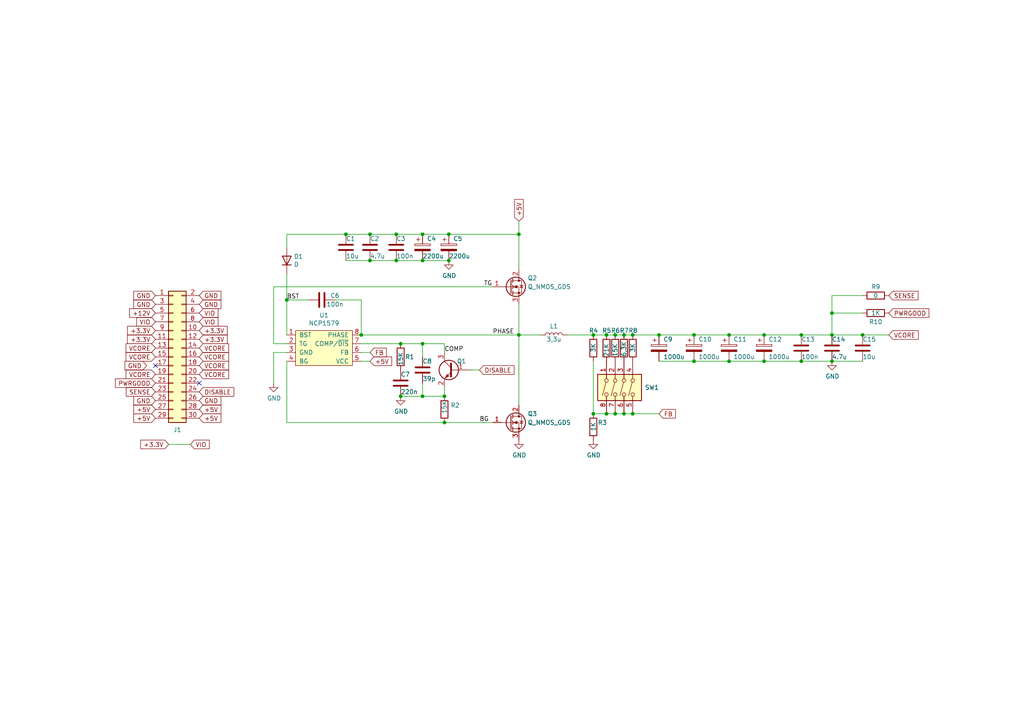
<source format=kicad_sch>
(kicad_sch (version 20230121) (generator eeschema)
  (paper "A4")
  (title_block (title "S7-VRM") (date "2023-04-09") (rev "0.4") (company "Necroware") (comment 1 "by Scorp"))
  (lib_symbols
    (symbol "Connector_Generic:Conn_02x15_Odd_Even" (pin_names (offset 1.016) hide)
      (property "Reference" "J" (at 1.27 20.32 0))
      (property "Value" "Conn_02x15_Odd_Even" (at 1.27 -20.32 0))
      (symbol "Conn_02x15_Odd_Even_1_1"
        (rectangle (start -1.27 -17.653) (end 0 -17.907) (stroke (width 0.1524)))
        (rectangle (start -1.27 -15.113) (end 0 -15.367) (stroke (width 0.1524)))
        (rectangle (start -1.27 -12.573) (end 0 -12.827) (stroke (width 0.1524)))
        (rectangle (start -1.27 -10.033) (end 0 -10.287) (stroke (width 0.1524)))
        (rectangle (start -1.27 -7.493) (end 0 -7.747) (stroke (width 0.1524)))
        (rectangle (start -1.27 -4.953) (end 0 -5.207) (stroke (width 0.1524)))
        (rectangle (start -1.27 -2.413) (end 0 -2.667) (stroke (width 0.1524)))
        (rectangle (start -1.27 0.127) (end 0 -0.127) (stroke (width 0.1524)))
        (rectangle (start -1.27 2.667) (end 0 2.413) (stroke (width 0.1524)))
        (rectangle (start -1.27 5.207) (end 0 4.953) (stroke (width 0.1524)))
        (rectangle (start -1.27 7.747) (end 0 7.493) (stroke (width 0.1524)))
        (rectangle (start -1.27 10.287) (end 0 10.033) (stroke (width 0.1524)))
        (rectangle (start -1.27 12.827) (end 0 12.573) (stroke (width 0.1524)))
        (rectangle (start -1.27 15.367) (end 0 15.113) (stroke (width 0.1524)))
        (rectangle (start -1.27 17.907) (end 0 17.653) (stroke (width 0.1524)))
        (rectangle (start -1.27 19.05) (end 3.81 -19.05) (stroke (width 0.254)) (fill (type background)))
        (rectangle (start 3.81 -17.653) (end 2.54 -17.907) (stroke (width 0.1524)))
        (rectangle (start 3.81 -15.113) (end 2.54 -15.367) (stroke (width 0.1524)))
        (rectangle (start 3.81 -12.573) (end 2.54 -12.827) (stroke (width 0.1524)))
        (rectangle (start 3.81 -10.033) (end 2.54 -10.287) (stroke (width 0.1524)))
        (rectangle (start 3.81 -7.493) (end 2.54 -7.747) (stroke (width 0.1524)))
        (rectangle (start 3.81 -4.953) (end 2.54 -5.207) (stroke (width 0.1524)))
        (rectangle (start 3.81 -2.413) (end 2.54 -2.667) (stroke (width 0.1524)))
        (rectangle (start 3.81 0.127) (end 2.54 -0.127) (stroke (width 0.1524)))
        (rectangle (start 3.81 2.667) (end 2.54 2.413) (stroke (width 0.1524)))
        (rectangle (start 3.81 5.207) (end 2.54 4.953) (stroke (width 0.1524)))
        (rectangle (start 3.81 7.747) (end 2.54 7.493) (stroke (width 0.1524)))
        (rectangle (start 3.81 10.287) (end 2.54 10.033) (stroke (width 0.1524)))
        (rectangle (start 3.81 12.827) (end 2.54 12.573) (stroke (width 0.1524)))
        (rectangle (start 3.81 15.367) (end 2.54 15.113) (stroke (width 0.1524)))
        (rectangle (start 3.81 17.907) (end 2.54 17.653) (stroke (width 0.1524)))
        (pin passive line (at -5.08 17.78 0) (length 3.81) (name "Pin_1") (number "1"))
        (pin passive line (at 7.62 7.62 180) (length 3.81) (name "Pin_10") (number "10"))
        (pin passive line (at -5.08 5.08 0) (length 3.81) (name "Pin_11") (number "11"))
        (pin passive line (at 7.62 5.08 180) (length 3.81) (name "Pin_12") (number "12"))
        (pin passive line (at -5.08 2.54 0) (length 3.81) (name "Pin_13") (number "13"))
        (pin passive line (at 7.62 2.54 180) (length 3.81) (name "Pin_14") (number "14"))
        (pin passive line (at -5.08 0 0) (length 3.81) (name "Pin_15") (number "15"))
        (pin passive line (at 7.62 0 180) (length 3.81) (name "Pin_16") (number "16"))
        (pin passive line (at -5.08 -2.54 0) (length 3.81) (name "Pin_17") (number "17"))
        (pin passive line (at 7.62 -2.54 180) (length 3.81) (name "Pin_18") (number "18"))
        (pin passive line (at -5.08 -5.08 0) (length 3.81) (name "Pin_19") (number "19"))
        (pin passive line (at 7.62 17.78 180) (length 3.81) (name "Pin_2") (number "2"))
        (pin passive line (at 7.62 -5.08 180) (length 3.81) (name "Pin_20") (number "20"))
        (pin passive line (at -5.08 -7.62 0) (length 3.81) (name "Pin_21") (number "21"))
        (pin passive line (at 7.62 -7.62 180) (length 3.81) (name "Pin_22") (number "22"))
        (pin passive line (at -5.08 -10.16 0) (length 3.81) (name "Pin_23") (number "23"))
        (pin passive line (at 7.62 -10.16 180) (length 3.81) (name "Pin_24") (number "24"))
        (pin passive line (at -5.08 -12.7 0) (length 3.81) (name "Pin_25") (number "25"))
        (pin passive line (at 7.62 -12.7 180) (length 3.81) (name "Pin_26") (number "26"))
        (pin passive line (at -5.08 -15.24 0) (length 3.81) (name "Pin_27") (number "27"))
        (pin passive line (at 7.62 -15.24 180) (length 3.81) (name "Pin_28") (number "28"))
        (pin passive line (at -5.08 -17.78 0) (length 3.81) (name "Pin_29") (number "29"))
        (pin passive line (at -5.08 15.24 0) (length 3.81) (name "Pin_3") (number "3"))
        (pin passive line (at 7.62 -17.78 180) (length 3.81) (name "Pin_30") (number "30"))
        (pin passive line (at 7.62 15.24 180) (length 3.81) (name "Pin_4") (number "4"))
        (pin passive line (at -5.08 12.7 0) (length 3.81) (name "Pin_5") (number "5"))
        (pin passive line (at 7.62 12.7 180) (length 3.81) (name "Pin_6") (number "6"))
        (pin passive line (at -5.08 10.16 0) (length 3.81) (name "Pin_7") (number "7"))
        (pin passive line (at 7.62 10.16 180) (length 3.81) (name "Pin_8") (number "8"))
        (pin passive line (at -5.08 7.62 0) (length 3.81) (name "Pin_9") (number "9"))
      )
    )
    (symbol "Device:C" (pin_numbers hide) (pin_names (offset 0.254))
      (property "Reference" "C" (at 0.635 2.54 0))
      (property "Value" "C" (at 0.635 -2.54 0))
      (symbol "C_0_1"
        (polyline (pts (xy -2.032 -0.762) (xy 2.032 -0.762)) (stroke (width 0.508)))
        (polyline (pts (xy -2.032 0.762) (xy 2.032 0.762)) (stroke (width 0.508)))
      )
      (symbol "C_1_1"
        (pin passive line (at 0 3.81 270) (length 2.794) (name "~") (number "1"))
        (pin passive line (at 0 -3.81 90) (length 2.794) (name "~") (number "2"))
      )
    )
    (symbol "Device:CP" (pin_numbers hide) (pin_names (offset 0.254))
      (property "Reference" "C" (at 0.635 2.54 0))
      (property "Value" "Device_CP" (at 0.635 -2.54 0))
      (symbol "CP_0_1"
        (rectangle (start -2.286 0.508) (end 2.286 1.016))
        (polyline (pts (xy -1.778 2.286) (xy -0.762 2.286)))
        (polyline (pts (xy -1.27 2.794) (xy -1.27 1.778)))
        (rectangle (start 2.286 -0.508) (end -2.286 -1.016) (fill (type outline)))
      )
      (symbol "CP_1_1"
        (pin passive line (at 0 3.81 270) (length 2.794) (name "~") (number "1"))
        (pin passive line (at 0 -3.81 90) (length 2.794) (name "~") (number "2"))
      )
    )
    (symbol "Device:D" (pin_numbers hide) (pin_names (offset 1.016) hide)
      (property "Reference" "D" (at 0 2.54 0))
      (property "Value" "D" (at 0 -2.54 0))
      (symbol "D_0_1"
        (polyline (pts (xy -1.27 1.27) (xy -1.27 -1.27)) (stroke (width 0.254)))
        (polyline (pts (xy 1.27 0) (xy -1.27 0)))
        (polyline (pts (xy 1.27 1.27) (xy 1.27 -1.27) (xy -1.27 0) (xy 1.27 1.27)) (stroke (width 0.254)))
      )
      (symbol "D_1_1"
        (pin passive line (at -3.81 0 0) (length 2.54) (name "K") (number "1"))
        (pin passive line (at 3.81 0 180) (length 2.54) (name "A") (number "2"))
      )
    )
    (symbol "Device:L" (pin_numbers hide) (pin_names (offset 1.016) hide)
      (property "Reference" "L" (at -1.27 0 90))
      (property "Value" "L" (at 1.905 0 90))
      (symbol "L_0_1"
        (arc (start 0 -2.54) (mid 0.6323 -1.905) (end 0 -1.27))
        (arc (start 0 -1.27) (mid 0.6323 -0.635) (end 0 0))
        (arc (start 0 0) (mid 0.6323 0.635) (end 0 1.27))
        (arc (start 0 1.27) (mid 0.6323 1.905) (end 0 2.54))
      )
      (symbol "L_1_1"
        (pin passive line (at 0 3.81 270) (length 1.27) (name "1") (number "1"))
        (pin passive line (at 0 -3.81 90) (length 1.27) (name "2") (number "2"))
      )
    )
    (symbol "Device:Q_NMOS_GDS" (pin_names (offset 0) hide)
      (property "Reference" "Q" (at 5.08 1.27 0))
      (property "Value" "Q_NMOS_GDS" (at 5.08 -1.27 0))
      (symbol "Q_NMOS_GDS_0_1"
        (polyline (pts (xy 0.254 0) (xy -2.54 0)))
        (polyline (pts (xy 0.254 1.905) (xy 0.254 -1.905)) (stroke (width 0.254)))
        (polyline (pts (xy 0.762 -1.27) (xy 0.762 -2.286)) (stroke (width 0.254)))
        (polyline (pts (xy 0.762 0.508) (xy 0.762 -0.508)) (stroke (width 0.254)))
        (polyline (pts (xy 0.762 2.286) (xy 0.762 1.27)) (stroke (width 0.254)))
        (polyline (pts (xy 2.54 2.54) (xy 2.54 1.778)))
        (polyline (pts (xy 2.54 -2.54) (xy 2.54 0) (xy 0.762 0)))
        (polyline (pts (xy 0.762 -1.778) (xy 3.302 -1.778) (xy 3.302 1.778) (xy 0.762 1.778)))
        (polyline (pts (xy 1.016 0) (xy 2.032 0.381) (xy 2.032 -0.381) (xy 1.016 0)) (fill (type outline)))
        (polyline (pts (xy 2.794 0.508) (xy 2.921 0.381) (xy 3.683 0.381) (xy 3.81 0.254)))
        (polyline (pts (xy 3.302 0.381) (xy 2.921 -0.254) (xy 3.683 -0.254) (xy 3.302 0.381)))
        (circle (center 1.651 0) (radius 2.794) (stroke (width 0.254)))
        (circle (center 2.54 -1.778) (radius 0.254) (fill (type outline)))
        (circle (center 2.54 1.778) (radius 0.254) (fill (type outline)))
      )
      (symbol "Q_NMOS_GDS_1_1"
        (pin input line (at -5.08 0 0) (length 2.54) (name "G") (number "1"))
        (pin passive line (at 2.54 5.08 270) (length 2.54) (name "D") (number "2"))
        (pin passive line (at 2.54 -5.08 90) (length 2.54) (name "S") (number "3"))
      )
    )
    (symbol "Device:Q_NPN_BEC" (pin_names (offset 0) hide)
      (property "Reference" "Q" (at 5.08 1.27 0))
      (property "Value" "Q_NPN_BEC" (at 5.08 -1.27 0))
      (symbol "Q_NPN_BEC_0_1"
        (polyline (pts (xy 0.635 0.635) (xy 2.54 2.54)))
        (polyline (pts (xy 0.635 -0.635) (xy 2.54 -2.54) (xy 2.54 -2.54)))
        (polyline (pts (xy 0.635 1.905) (xy 0.635 -1.905) (xy 0.635 -1.905)) (stroke (width 0.508)))
        (polyline (pts (xy 1.27 -1.778) (xy 1.778 -1.27) (xy 2.286 -2.286) (xy 1.27 -1.778) (xy 1.27 -1.778)) (fill (type outline)))
        (circle (center 1.27 0) (radius 2.8194) (stroke (width 0.254)))
      )
      (symbol "Q_NPN_BEC_1_1"
        (pin input line (at -5.08 0 0) (length 5.715) (name "B") (number "1"))
        (pin passive line (at 2.54 -5.08 90) (length 2.54) (name "E") (number "2"))
        (pin passive line (at 2.54 5.08 270) (length 2.54) (name "C") (number "3"))
      )
    )
    (symbol "Device:R" (pin_numbers hide) (pin_names (offset 0))
      (property "Reference" "R" (at 2.032 0 90))
      (property "Value" "R" (at 0 0 90))
      (symbol "R_0_1"
        (rectangle (start -1.016 -2.54) (end 1.016 2.54) (stroke (width 0.254)))
      )
      (symbol "R_1_1"
        (pin passive line (at 0 3.81 270) (length 1.27) (name "~") (number "1"))
        (pin passive line (at 0 -3.81 90) (length 1.27) (name "~") (number "2"))
      )
    )
    (symbol "Switch:SW_DIP_x04" (pin_names (offset 0) hide)
      (property "Reference" "SW" (at 0 8.89 0))
      (property "Value" "SW_DIP_x04" (at 0 -6.35 0))
      (symbol "SW_DIP_x04_0_0"
        (circle (center -2.032 -2.54) (radius 0.508))
        (circle (center -2.032 0) (radius 0.508))
        (circle (center -2.032 2.54) (radius 0.508))
        (circle (center -2.032 5.08) (radius 0.508))
        (polyline (pts (xy -1.524 -2.3876) (xy 2.3622 -1.3462)))
        (polyline (pts (xy -1.524 0.127) (xy 2.3622 1.1684)))
        (polyline (pts (xy -1.524 2.667) (xy 2.3622 3.7084)))
        (polyline (pts (xy -1.524 5.207) (xy 2.3622 6.2484)))
        (circle (center 2.032 -2.54) (radius 0.508))
        (circle (center 2.032 0) (radius 0.508))
        (circle (center 2.032 2.54) (radius 0.508))
        (circle (center 2.032 5.08) (radius 0.508))
      )
      (symbol "SW_DIP_x04_0_1"
        (rectangle (start -3.81 7.62) (end 3.81 -5.08) (stroke (width 0.254)) (fill (type background)))
      )
      (symbol "SW_DIP_x04_1_1"
        (pin passive line (at -7.62 5.08 0) (length 5.08) (name "~") (number "1"))
        (pin passive line (at -7.62 2.54 0) (length 5.08) (name "~") (number "2"))
        (pin passive line (at -7.62 0 0) (length 5.08) (name "~") (number "3"))
        (pin passive line (at -7.62 -2.54 0) (length 5.08) (name "~") (number "4"))
        (pin passive line (at 7.62 -2.54 180) (length 5.08) (name "~") (number "5"))
        (pin passive line (at 7.62 0 180) (length 5.08) (name "~") (number "6"))
        (pin passive line (at 7.62 2.54 180) (length 5.08) (name "~") (number "7"))
        (pin passive line (at 7.62 5.08 180) (length 5.08) (name "~") (number "8"))
      )
    )
    (symbol "mmx-vrm:NCP1579" (pin_names (offset 1.016))
      (property "Reference" "U" (at 0 3.81 0))
      (property "Value" "NCP1579" (at 0 1.27 0))
      (symbol "NCP1579_0_1"
        (rectangle (start -7.62 -1.27) (end 8.89 -11.43) (fill (type background)))
      )
      (symbol "NCP1579_1_1"
        (pin input line (at -10.16 -2.54 0) (length 2.54) (name "BST") (number "1"))
        (pin input line (at -10.16 -5.08 0) (length 2.54) (name "TG") (number "2"))
        (pin input line (at -10.16 -7.62 0) (length 2.54) (name "GND") (number "3"))
        (pin input line (at -10.16 -10.16 0) (length 2.54) (name "BG") (number "4"))
        (pin input line (at 11.43 -10.16 180) (length 2.54) (name "VCC") (number "5"))
        (pin input line (at 11.43 -7.62 180) (length 2.54) (name "FB") (number "6"))
        (pin input line (at 11.43 -5.08 180) (length 2.54) (name "COMP/~{DIS}") (number "7"))
        (pin input line (at 11.43 -2.54 180) (length 2.54) (name "PHASE") (number "8"))
      )
    )
    (symbol "power:GND" (power) (pin_names (offset 0))
      (property "Value" "GND" (at 0 -3.81 0))
      (symbol "GND_0_1"
        (polyline (pts (xy 0 0) (xy 0 -1.27) (xy 1.27 -1.27) (xy 0 -2.54) (xy -1.27 -1.27) (xy 0 -1.27)))
      )
      (symbol "GND_1_1"
        (pin power_in line (at 0 0 270) (length 0) hide (name "GND") (number "1"))
      )
    )
  )
  (junction (at 128.905 114.935))
  (junction (at 114.935 67.945))
  (junction (at 175.895 97.155))
  (junction (at 241.3 90.805))
  (junction (at 178.435 120.015))
  (junction (at 211.455 97.155))
  (junction (at 201.295 104.775))
  (junction (at 150.495 97.155))
  (junction (at 180.975 120.015))
  (junction (at 104.775 97.155))
  (junction (at 100.33 67.945))
  (junction (at 221.615 97.155))
  (junction (at 172.085 120.015))
  (junction (at 175.895 120.015))
  (junction (at 232.41 97.155))
  (junction (at 116.205 99.695))
  (junction (at 130.175 75.565))
  (junction (at 180.975 97.155))
  (junction (at 221.615 104.775))
  (junction (at 116.205 114.935))
  (junction (at 83.185 86.995))
  (junction (at 183.515 120.015))
  (junction (at 241.3 97.155))
  (junction (at 150.495 67.945))
  (junction (at 122.555 75.565))
  (junction (at 122.555 67.945))
  (junction (at 201.295 97.155))
  (junction (at 178.435 97.155))
  (junction (at 122.555 114.935))
  (junction (at 241.3 104.775))
  (junction (at 250.19 97.155))
  (junction (at 130.175 67.945))
  (junction (at 128.905 122.555))
  (junction (at 107.315 75.565))
  (junction (at 172.085 97.155))
  (junction (at 107.315 67.945))
  (junction (at 183.515 97.155))
  (junction (at 191.135 97.155))
  (junction (at 232.41 104.775))
  (junction (at 211.455 104.775))
  (junction (at 114.935 75.565))
  (junction (at 122.555 99.695))
  (no_connect (at 57.785 111.125))
  (no_connect (at 45.085 106.045))
  (wire (pts (xy 191.135 104.775) (xy 201.295 104.775)))
  (wire (pts (xy 83.185 86.995) (xy 83.185 97.155)))
  (wire (pts (xy 122.555 75.565) (xy 130.175 75.565)))
  (wire (pts (xy 136.525 107.315) (xy 139.065 107.315)))
  (wire (pts (xy 241.3 90.805) (xy 250.19 90.805)))
  (wire (pts (xy 172.085 104.775) (xy 172.085 120.015)))
  (wire (pts (xy 104.775 99.695) (xy 116.205 99.695)))
  (wire (pts (xy 180.975 120.015) (xy 183.515 120.015)))
  (wire (pts (xy 172.085 97.155) (xy 175.895 97.155)))
  (wire (pts (xy 83.185 67.945) (xy 100.33 67.945)))
  (wire (pts (xy 150.495 97.155) (xy 150.495 117.475)))
  (wire (pts (xy 97.155 86.995) (xy 104.775 86.995)))
  (wire (pts (xy 128.905 112.395) (xy 128.905 114.935)))
  (wire (pts (xy 183.515 97.155) (xy 191.135 97.155)))
  (wire (pts (xy 211.455 104.775) (xy 221.615 104.775)))
  (wire (pts (xy 221.615 97.155) (xy 232.41 97.155)))
  (wire (pts (xy 116.205 99.695) (xy 122.555 99.695)))
  (wire (pts (xy 175.895 97.155) (xy 178.435 97.155)))
  (wire (pts (xy 83.185 71.755) (xy 83.185 67.945)))
  (wire (pts (xy 150.495 64.135) (xy 150.495 67.945)))
  (wire (pts (xy 122.555 99.695) (xy 128.905 99.695)))
  (wire (pts (xy 83.185 122.555) (xy 128.905 122.555)))
  (wire (pts (xy 107.315 67.945) (xy 114.935 67.945)))
  (wire (pts (xy 128.905 114.935) (xy 122.555 114.935)))
  (wire (pts (xy 241.3 90.805) (xy 241.3 97.155)))
  (wire (pts (xy 232.41 104.775) (xy 241.3 104.775)))
  (wire (pts (xy 89.535 86.995) (xy 83.185 86.995)))
  (wire (pts (xy 201.295 97.155) (xy 211.455 97.155)))
  (wire (pts (xy 83.185 104.775) (xy 83.185 122.555)))
  (wire (pts (xy 128.905 99.695) (xy 128.905 102.235)))
  (wire (pts (xy 48.895 128.905) (xy 55.245 128.905)))
  (wire (pts (xy 122.555 111.125) (xy 122.555 114.935)))
  (wire (pts (xy 175.895 120.015) (xy 178.435 120.015)))
  (wire (pts (xy 83.185 102.235) (xy 79.375 102.235)))
  (wire (pts (xy 164.465 97.155) (xy 172.085 97.155)))
  (wire (pts (xy 100.33 67.945) (xy 107.315 67.945)))
  (wire (pts (xy 250.19 97.155) (xy 257.81 97.155)))
  (wire (pts (xy 104.775 97.155) (xy 150.495 97.155)))
  (wire (pts (xy 150.495 67.945) (xy 150.495 78.105)))
  (wire (pts (xy 128.905 122.555) (xy 142.875 122.555)))
  (wire (pts (xy 180.975 97.155) (xy 183.515 97.155)))
  (wire (pts (xy 150.495 97.155) (xy 156.845 97.155)))
  (wire (pts (xy 178.435 97.155) (xy 180.975 97.155)))
  (wire (pts (xy 83.185 79.375) (xy 83.185 86.995)))
  (wire (pts (xy 104.775 104.775) (xy 107.315 104.775)))
  (wire (pts (xy 104.775 86.995) (xy 104.775 97.155)))
  (wire (pts (xy 122.555 67.945) (xy 130.175 67.945)))
  (wire (pts (xy 211.455 97.155) (xy 221.615 97.155)))
  (wire (pts (xy 100.33 75.565) (xy 107.315 75.565)))
  (wire (pts (xy 175.895 120.015) (xy 172.085 120.015)))
  (wire (pts (xy 150.495 88.265) (xy 150.495 97.155)))
  (wire (pts (xy 79.375 83.185) (xy 142.875 83.185)))
  (wire (pts (xy 178.435 120.015) (xy 180.975 120.015)))
  (wire (pts (xy 122.555 114.935) (xy 116.205 114.935)))
  (wire (pts (xy 130.175 67.945) (xy 150.495 67.945)))
  (wire (pts (xy 107.315 75.565) (xy 114.935 75.565)))
  (wire (pts (xy 122.555 99.695) (xy 122.555 103.505)))
  (wire (pts (xy 79.375 102.235) (xy 79.375 111.125)))
  (wire (pts (xy 114.935 67.945) (xy 122.555 67.945)))
  (wire (pts (xy 191.135 97.155) (xy 201.295 97.155)))
  (wire (pts (xy 241.3 85.725) (xy 250.19 85.725)))
  (wire (pts (xy 83.185 99.695) (xy 79.375 99.695)))
  (wire (pts (xy 114.935 75.565) (xy 122.555 75.565)))
  (wire (pts (xy 221.615 104.775) (xy 232.41 104.775)))
  (wire (pts (xy 241.3 104.775) (xy 250.19 104.775)))
  (wire (pts (xy 241.3 97.155) (xy 250.19 97.155)))
  (wire (pts (xy 79.375 99.695) (xy 79.375 83.185)))
  (wire (pts (xy 241.3 85.725) (xy 241.3 90.805)))
  (wire (pts (xy 201.295 104.775) (xy 211.455 104.775)))
  (wire (pts (xy 183.515 120.015) (xy 191.135 120.015)))
  (wire (pts (xy 232.41 97.155) (xy 241.3 97.155)))
  (wire (pts (xy 104.775 102.235) (xy 107.315 102.235)))
  (label "PHASE" (at 142.875 97.155 0))
  (label "COMP" (at 128.905 102.235 0))
  (label "TG" (at 140.335 83.185 0))
  (label "BST" (at 83.185 86.995 0))
  (label "BG" (at 139.065 122.555 0))
  (global_label "GND" (shape input) (at 45.085 116.205 180) (property "Intersheetrefs" "${INTERSHEET_REFS}" (effects hide)))
  (global_label "VCORE" (shape input) (at 57.785 103.505 0) (property "Intersheetrefs" "${INTERSHEET_REFS}" (effects hide)))
  (global_label "+5V" (shape input) (at 150.495 64.135 90) (property "Intersheetrefs" "${INTERSHEET_REFS}" (effects hide)))
  (global_label "GND" (shape input) (at 57.785 85.725 0) (property "Intersheetrefs" "${INTERSHEET_REFS}" (effects hide)))
  (global_label "GND" (shape input) (at 45.085 85.725 180) (property "Intersheetrefs" "${INTERSHEET_REFS}" (effects hide)))
  (global_label "VIO" (shape input) (at 57.785 90.805 0) (property "Intersheetrefs" "${INTERSHEET_REFS}" (effects hide)))
  (global_label "FB" (shape input) (at 107.315 102.235 0) (property "Intersheetrefs" "${INTERSHEET_REFS}" (effects hide)))
  (global_label "GND" (shape input) (at 57.785 116.205 0) (property "Intersheetrefs" "${INTERSHEET_REFS}" (effects hide)))
  (global_label "PWRGOOD" (shape input) (at 257.81 90.805 0) (property "Intersheetrefs" "${INTERSHEET_REFS}" (effects hide)))
  (global_label "VCORE" (shape input) (at 257.81 97.155 0) (property "Intersheetrefs" "${INTERSHEET_REFS}" (effects hide)))
  (global_label "DISABLE" (shape input) (at 139.065 107.315 0) (property "Intersheetrefs" "${INTERSHEET_REFS}" (effects hide)))
  (global_label "VIO" (shape input) (at 45.085 93.345 180) (property "Intersheetrefs" "${INTERSHEET_REFS}" (effects hide)))
  (global_label "FB" (shape input) (at 191.135 120.015 0) (property "Intersheetrefs" "${INTERSHEET_REFS}" (effects hide)))
  (global_label "+5V" (shape input) (at 45.085 121.285 180) (property "Intersheetrefs" "${INTERSHEET_REFS}" (effects hide)))
  (global_label "DISABLE" (shape input) (at 57.785 113.665 0) (property "Intersheetrefs" "${INTERSHEET_REFS}" (effects hide)))
  (global_label "+3.3V" (shape input) (at 45.085 95.885 180) (property "Intersheetrefs" "${INTERSHEET_REFS}" (effects hide)))
  (global_label "VCORE" (shape input) (at 45.085 100.965 180) (property "Intersheetrefs" "${INTERSHEET_REFS}" (effects hide)))
  (global_label "VCORE" (shape input) (at 57.785 108.585 0) (property "Intersheetrefs" "${INTERSHEET_REFS}" (effects hide)))
  (global_label "+3.3V" (shape input) (at 57.785 98.425 0) (property "Intersheetrefs" "${INTERSHEET_REFS}" (effects hide)))
  (global_label "+5V" (shape input) (at 57.785 121.285 0) (property "Intersheetrefs" "${INTERSHEET_REFS}" (effects hide)))
  (global_label "+5V" (shape input) (at 45.085 118.745 180) (property "Intersheetrefs" "${INTERSHEET_REFS}" (effects hide)))
  (global_label "VCORE" (shape input) (at 45.085 108.585 180) (property "Intersheetrefs" "${INTERSHEET_REFS}" (effects hide)))
  (global_label "PWRGOOD" (shape input) (at 45.085 111.125 180) (property "Intersheetrefs" "${INTERSHEET_REFS}" (effects hide)))
  (global_label "+12V" (shape input) (at 45.085 90.805 180) (property "Intersheetrefs" "${INTERSHEET_REFS}" (effects hide)))
  (global_label "VCORE" (shape input) (at 57.785 100.965 0) (property "Intersheetrefs" "${INTERSHEET_REFS}" (effects hide)))
  (global_label "+3.3V" (shape input) (at 45.085 98.425 180) (property "Intersheetrefs" "${INTERSHEET_REFS}" (effects hide)))
  (global_label "GND" (shape input) (at 42.545 106.045 180) (property "Intersheetrefs" "${INTERSHEET_REFS}" (effects hide)))
  (global_label "VCORE" (shape input) (at 57.785 106.045 0) (property "Intersheetrefs" "${INTERSHEET_REFS}" (effects hide)))
  (global_label "SENSE" (shape input) (at 257.81 85.725 0) (property "Intersheetrefs" "${INTERSHEET_REFS}" (effects hide)))
  (global_label "+5V" (shape input) (at 107.315 104.775 0) (property "Intersheetrefs" "${INTERSHEET_REFS}" (effects hide)))
  (global_label "VIO" (shape input) (at 55.245 128.905 0) (property "Intersheetrefs" "${INTERSHEET_REFS}" (effects hide)))
  (global_label "VIO" (shape input) (at 57.785 93.345 0) (property "Intersheetrefs" "${INTERSHEET_REFS}" (effects hide)))
  (global_label "GND" (shape input) (at 57.785 88.265 0) (property "Intersheetrefs" "${INTERSHEET_REFS}" (effects hide)))
  (global_label "VCORE" (shape input) (at 45.085 103.505 180) (property "Intersheetrefs" "${INTERSHEET_REFS}" (effects hide)))
  (global_label "+3.3V" (shape input) (at 57.785 95.885 0) (property "Intersheetrefs" "${INTERSHEET_REFS}" (effects hide)))
  (global_label "+3.3V" (shape input) (at 48.895 128.905 180) (property "Intersheetrefs" "${INTERSHEET_REFS}" (effects hide)))
  (global_label "SENSE" (shape input) (at 45.085 113.665 180) (property "Intersheetrefs" "${INTERSHEET_REFS}" (effects hide)))
  (global_label "+5V" (shape input) (at 57.785 118.745 0) (property "Intersheetrefs" "${INTERSHEET_REFS}" (effects hide)))
  (global_label "GND" (shape input) (at 45.085 88.265 180) (property "Intersheetrefs" "${INTERSHEET_REFS}" (effects hide)))
  (symbol (lib_id "Connector_Generic:Conn_02x15_Odd_Even") (at 50.165 103.505 0) (unit 1)
    (property "Reference" "J1" (at 51.435 124.6632 0))
    (property "Value" "Conn_02x15_Row_Letter_First" (effects hide))
    (property "Footprint" "Connector_PinSocket_2.54mm:PinSocket_2x15_P2.54mm_Horizontal" (effects hide))
    (property "LCSC" "C2897435" (effects hide))
  )
  (symbol (lib_id "Device:R") (at 172.085 123.825 0) (unit 1)
    (property "Reference" "R3" (at 173.355 122.555 0) (effects (justify left)))
    (property "Value" "1K" (at 172.085 125.095 90) (effects (justify left)))
    (property "Footprint" "Resistor_SMD:R_1206_3216Metric_Pad1.30x1.75mm_HandSolder" (effects hide))
    (property "LCSC" "C144508" (effects hide))
  )
  (symbol (lib_id "Device:R") (at 172.085 100.965 0) (unit 1)
    (property "Reference" "R4" (at 170.815 95.885 0) (effects (justify left)))
    (property "Value" "3K" (at 172.085 102.235 90) (effects (justify left)))
    (property "Footprint" "Resistor_SMD:R_1206_3216Metric_Pad1.30x1.75mm_HandSolder" (effects hide))
    (property "LCSC" "C229609" (effects hide))
  )
  (symbol (lib_id "power:GND") (at 172.085 127.635 0) (unit 1)
    (property "Reference" "#PWR05" (effects hide))
    (property "Value" "GND" (at 172.212 132.0292 0))
  )
  (symbol (lib_id "Switch:SW_DIP_x04") (at 180.975 112.395 90) (mirror x) (unit 1)
    (property "Reference" "SW1" (at 191.135 112.395 90) (effects (justify left)))
    (property "Value" "SW_DIP_x04" (effects hide))
    (property "Footprint" "Button_Switch_THT:SW_DIP_SPSTx04_Slide_9.78x12.34mm_W7.62mm_P2.54mm" (effects hide))
    (property "LCSC" "C15781" (effects hide))
  )
  (symbol (lib_id "Device:R") (at 180.975 100.965 0) (unit 1)
    (property "Reference" "R7" (at 179.705 95.885 0) (effects (justify left)))
    (property "Value" "6,3K" (at 180.975 103.505 90) (effects (justify left)))
    (property "Footprint" "Resistor_SMD:R_1206_3216Metric_Pad1.30x1.75mm_HandSolder" (effects hide))
    (property "LCSC" "C229767" (effects hide))
  )
  (symbol (lib_id "Device:R") (at 178.435 100.965 0) (unit 1)
    (property "Reference" "R6" (at 177.165 95.885 0) (effects (justify left)))
    (property "Value" "15K" (at 178.435 103.505 90) (effects (justify left)))
    (property "Footprint" "Resistor_SMD:R_1206_3216Metric_Pad1.30x1.75mm_HandSolder" (effects hide))
    (property "LCSC" "C144515" (effects hide))
  )
  (symbol (lib_id "Device:R") (at 175.895 100.965 0) (unit 1)
    (property "Reference" "R5" (at 174.625 95.885 0) (effects (justify left)))
    (property "Value" "21K" (at 175.895 103.505 90) (effects (justify left)))
    (property "Footprint" "Resistor_SMD:R_1206_3216Metric_Pad1.30x1.75mm_HandSolder" (effects hide))
    (property "LCSC" "C3000607" (effects hide))
  )
  (symbol (lib_id "Device:R") (at 254 90.805 270) (unit 1)
    (property "Reference" "R10" (at 254 93.345 90))
    (property "Value" "1K" (at 254 90.805 90))
    (property "Footprint" "Resistor_SMD:R_1206_3216Metric_Pad1.30x1.75mm_HandSolder" (effects hide))
    (property "LCSC" "C144508" (effects hide))
  )
  (symbol (lib_id "Device:R") (at 254 85.725 270) (unit 1)
    (property "Reference" "R9" (at 254 83.185 90))
    (property "Value" "0" (at 254 85.725 90))
    (property "Footprint" "Resistor_SMD:R_1206_3216Metric_Pad1.30x1.75mm_HandSolder" (effects hide))
    (property "LCSC" "C352163" (effects hide))
  )
  (symbol (lib_id "Device:L") (at 160.655 97.155 90) (unit 1)
    (property "Reference" "L1" (at 160.655 94.615 90))
    (property "Value" "3,3u" (at 160.655 98.425 90))
    (property "Footprint" "Inductor_THT:L_Toroid_Vertical_L16.0mm_W8.0mm_P7.62mm" (effects hide))
  )
  (symbol (lib_id "Device:CP") (at 191.135 100.965 0) (unit 1)
    (property "Reference" "C9" (at 192.405 98.425 0) (effects (justify left)))
    (property "Value" "1000u" (at 192.405 103.505 0) (effects (justify left)))
    (property "Footprint" "Capacitor_THT:CP_Radial_D8.0mm_P3.50mm" (effects hide))
    (property "LCSC" "C407858" (effects hide))
  )
  (symbol (lib_id "mmx-vrm:NCP1579") (at 93.345 94.615 0) (unit 1)
    (property "Reference" "U1" (at 93.98 91.44 0))
    (property "Value" "NCP1579" (at 93.98 93.7514 0))
    (property "Footprint" "Package_SO:SOIC-8_3.9x4.9mm_P1.27mm" (effects hide))
    (property "LCSC" "C235991" (effects hide))
  )
  (symbol (lib_id "Device:C") (at 93.345 86.995 90) (unit 1)
    (property "Reference" "C6" (at 97.155 85.725 90))
    (property "Value" "100n" (at 97.155 88.265 90))
    (property "Footprint" "Capacitor_SMD:C_1206_3216Metric_Pad1.33x1.80mm_HandSolder" (effects hide))
    (property "LCSC" "C696845" (effects hide))
  )
  (symbol (lib_id "Device:Q_NMOS_GDS") (at 147.955 83.185 0) (unit 1)
    (property "Reference" "Q2" (at 153.035 80.645 0) (effects (justify left)))
    (property "Value" "Q_NMOS_GDS" (at 153.035 83.185 0) (effects (justify left)))
    (property "Footprint" "Package_TO_SOT_SMD:TO-252-2" (effects hide))
    (property "LCSC" "C496603" (effects hide))
  )
  (symbol (lib_id "Device:Q_NMOS_GDS") (at 147.955 122.555 0) (unit 1)
    (property "Reference" "Q3" (at 153.035 120.015 0) (effects (justify left)))
    (property "Value" "Q_NMOS_GDS" (at 153.035 122.555 0) (effects (justify left)))
    (property "Footprint" "Package_TO_SOT_SMD:TO-252-2" (effects hide))
    (property "LCSC" "C496603" (effects hide))
  )
  (symbol (lib_id "power:GND") (at 79.375 111.125 0) (unit 1)
    (property "Reference" "#PWR01" (effects hide))
    (property "Value" "GND" (at 79.502 115.5192 0))
  )
  (symbol (lib_id "power:GND") (at 150.495 127.635 0) (unit 1)
    (property "Reference" "#PWR04" (effects hide))
    (property "Value" "GND" (at 150.622 132.0292 0))
  )
  (symbol (lib_id "Device:C") (at 241.3 100.965 0) (unit 1)
    (property "Reference" "C14" (at 241.3 98.425 0) (effects (justify left)))
    (property "Value" "4.7u" (at 241.3 103.505 0) (effects (justify left)))
    (property "Footprint" "Capacitor_SMD:C_1206_3216Metric_Pad1.33x1.80mm_HandSolder" (effects hide))
    (property "LCSC" "C51205" (effects hide))
  )
  (symbol (lib_id "power:GND") (at 241.3 104.775 0) (unit 1)
    (property "Reference" "#PWR06" (effects hide))
    (property "Value" "GND" (at 241.427 109.1692 0))
  )
  (symbol (lib_id "Device:C") (at 114.935 71.755 0) (unit 1)
    (property "Reference" "C3" (at 114.935 69.215 0) (effects (justify left)))
    (property "Value" "100n" (at 114.935 74.295 0) (effects (justify left)))
    (property "Footprint" "Capacitor_SMD:C_1206_3216Metric_Pad1.33x1.80mm_HandSolder" (effects hide))
    (property "LCSC" "C696845" (effects hide))
  )
  (symbol (lib_id "power:GND") (at 116.205 114.935 0) (unit 1)
    (property "Reference" "#PWR02" (effects hide))
    (property "Value" "GND" (at 116.332 119.3292 0))
  )
  (symbol (lib_id "Device:D") (at 83.185 75.565 90) (unit 1)
    (property "Reference" "D1" (at 85.217 74.3966 90) (effects (justify right)))
    (property "Value" "D" (at 85.217 76.708 90) (effects (justify right)))
    (property "Footprint" "Diode_SMD:D_1206_3216Metric_Pad1.42x1.75mm_HandSolder" (effects hide))
    (property "LCSC" "C109000" (effects hide))
  )
  (symbol (lib_id "Device:C") (at 122.555 107.315 0) (unit 1)
    (property "Reference" "C8" (at 122.555 104.775 0) (effects (justify left)))
    (property "Value" "39p" (at 122.555 109.855 0) (effects (justify left)))
    (property "Footprint" "Capacitor_SMD:C_1206_3216Metric_Pad1.33x1.80mm_HandSolder" (effects hide))
    (property "LCSC" "C541493" (effects hide))
  )
  (symbol (lib_id "Device:C") (at 116.205 111.125 0) (unit 1)
    (property "Reference" "C7" (at 116.205 108.585 0) (effects (justify left)))
    (property "Value" "220n" (at 116.205 113.665 0) (effects (justify left)))
    (property "Footprint" "Capacitor_SMD:C_1206_3216Metric_Pad1.33x1.80mm_HandSolder" (effects hide))
    (property "LCSC" "C107186" (effects hide))
  )
  (symbol (lib_id "Device:R") (at 116.205 103.505 0) (unit 1)
    (property "Reference" "R1" (at 117.475 103.505 0) (effects (justify left)))
    (property "Value" "15K" (at 116.205 106.045 90) (effects (justify left)))
    (property "Footprint" "Resistor_SMD:R_1206_3216Metric_Pad1.30x1.75mm_HandSolder" (effects hide))
    (property "LCSC" "C144515" (effects hide))
  )
  (symbol (lib_id "Device:Q_NPN_BEC") (at 131.445 107.315 0) (mirror y) (unit 1)
    (property "Reference" "Q1" (at 135.255 104.775 0) (effects (justify left)))
    (property "Value" "Q_NPN_BEC" (effects hide))
    (property "Footprint" "Package_TO_SOT_SMD:SOT-23" (effects hide))
    (property "LCSC" "C13871" (effects hide))
  )
  (symbol (lib_id "Device:CP") (at 201.295 100.965 0) (unit 1)
    (property "Reference" "C10" (at 202.565 98.425 0) (effects (justify left)))
    (property "Value" "1000u" (at 202.565 103.505 0) (effects (justify left)))
    (property "Footprint" "Capacitor_THT:CP_Radial_D8.0mm_P3.50mm" (effects hide))
    (property "LCSC" "C407858" (effects hide))
  )
  (symbol (lib_id "Device:R") (at 183.515 100.965 0) (unit 1)
    (property "Reference" "R8" (at 182.245 95.885 0) (effects (justify left)))
    (property "Value" "3K" (at 183.515 102.235 90) (effects (justify left)))
    (property "Footprint" "Resistor_SMD:R_1206_3216Metric_Pad1.30x1.75mm_HandSolder" (effects hide))
    (property "LCSC" "C229609" (effects hide))
  )
  (symbol (lib_id "power:GND") (at 130.175 75.565 0) (unit 1)
    (property "Reference" "#PWR03" (effects hide))
    (property "Value" "GND" (at 130.302 79.9592 0))
  )
  (symbol (lib_id "Device:C") (at 107.315 71.755 0) (unit 1)
    (property "Reference" "C2" (at 107.315 69.215 0) (effects (justify left)))
    (property "Value" "4.7u" (at 107.315 74.295 0) (effects (justify left)))
    (property "Footprint" "Capacitor_SMD:C_1206_3216Metric_Pad1.33x1.80mm_HandSolder" (effects hide))
    (property "LCSC" "C51205" (effects hide))
  )
  (symbol (lib_id "Device:R") (at 128.905 118.745 0) (unit 1)
    (property "Reference" "R2" (at 130.683 117.5766 0) (effects (justify left)))
    (property "Value" "15K" (at 128.905 120.015 90) (effects (justify left)))
    (property "Footprint" "Resistor_SMD:R_1206_3216Metric_Pad1.30x1.75mm_HandSolder" (effects hide))
    (property "LCSC" "C144515" (effects hide))
  )
  (symbol (lib_id "Device:CP") (at 122.555 71.755 0) (unit 1)
    (property "Reference" "C4" (at 123.825 69.215 0) (effects (justify left)))
    (property "Value" "2200u" (at 122.555 74.295 0) (effects (justify left)))
    (property "Footprint" "Capacitor_THT:CP_Radial_D10.0mm_P5.00mm" (effects hide))
    (property "LCSC" "C407963" (effects hide))
  )
  (symbol (lib_id "Device:C") (at 232.41 100.965 0) (unit 1)
    (property "Reference" "C13" (at 232.41 98.425 0) (effects (justify left)))
    (property "Value" "100n" (at 232.41 103.505 0) (effects (justify left)))
    (property "Footprint" "Capacitor_SMD:C_1206_3216Metric_Pad1.33x1.80mm_HandSolder" (effects hide))
    (property "LCSC" "C696845" (effects hide))
  )
  (symbol (lib_id "Device:CP") (at 221.615 100.965 0) (unit 1)
    (property "Reference" "C12" (at 222.885 98.425 0) (effects (justify left)))
    (property "Value" "1000u" (at 222.885 103.505 0) (effects (justify left)))
    (property "Footprint" "Capacitor_THT:CP_Radial_D8.0mm_P3.50mm" (effects hide))
    (property "LCSC" "C407858" (effects hide))
  )
  (symbol (lib_id "Device:CP") (at 211.455 100.965 0) (unit 1)
    (property "Reference" "C11" (at 212.725 98.425 0) (effects (justify left)))
    (property "Value" "1000u" (at 212.725 103.505 0) (effects (justify left)))
    (property "Footprint" "Capacitor_THT:CP_Radial_D8.0mm_P3.50mm" (effects hide))
    (property "LCSC" "C407858" (effects hide))
  )
  (symbol (lib_id "Device:C") (at 100.33 71.755 0) (unit 1)
    (property "Reference" "C1" (at 100.33 69.215 0) (effects (justify left)))
    (property "Value" "10u" (at 100.33 74.295 0) (effects (justify left)))
    (property "Footprint" "Capacitor_SMD:C_1206_3216Metric_Pad1.33x1.80mm_HandSolder" (effects hide))
    (property "LCSC" "C13585" (effects hide))
  )
  (symbol (lib_id "Device:CP") (at 130.175 71.755 0) (unit 1)
    (property "Reference" "C5" (at 131.445 69.215 0) (effects (justify left)))
    (property "Value" "2200u" (at 130.175 74.295 0) (effects (justify left)))
    (property "Footprint" "Capacitor_THT:CP_Radial_D10.0mm_P5.00mm" (effects hide))
    (property "LCSC" "C407963" (effects hide))
  )
  (symbol (lib_id "Device:C") (at 250.19 100.965 0) (unit 1)
    (property "Reference" "C15" (at 250.19 98.425 0) (effects (justify left)))
    (property "Value" "10u" (at 250.19 103.505 0) (effects (justify left)))
    (property "Footprint" "Capacitor_SMD:C_1206_3216Metric_Pad1.33x1.80mm_HandSolder" (effects hide))
    (property "LCSC" "C13585" (effects hide))
  )
)
</source>
